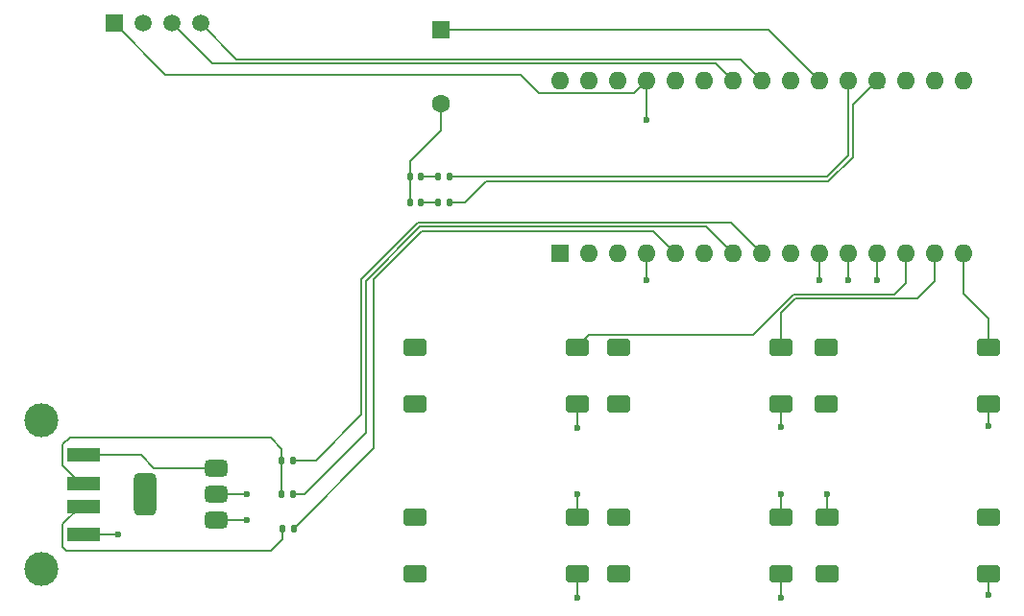
<source format=gbr>
%TF.GenerationSoftware,KiCad,Pcbnew,9.0.3*%
%TF.CreationDate,2025-11-18T14:15:17+09:00*%
%TF.ProjectId,SpeedJeck,53706565-644a-4656-936b-2e6b69636164,1*%
%TF.SameCoordinates,Original*%
%TF.FileFunction,Copper,L1,Top*%
%TF.FilePolarity,Positive*%
%FSLAX46Y46*%
G04 Gerber Fmt 4.6, Leading zero omitted, Abs format (unit mm)*
G04 Created by KiCad (PCBNEW 9.0.3) date 2025-11-18 14:15:17*
%MOMM*%
%LPD*%
G01*
G04 APERTURE LIST*
G04 Aperture macros list*
%AMRoundRect*
0 Rectangle with rounded corners*
0 $1 Rounding radius*
0 $2 $3 $4 $5 $6 $7 $8 $9 X,Y pos of 4 corners*
0 Add a 4 corners polygon primitive as box body*
4,1,4,$2,$3,$4,$5,$6,$7,$8,$9,$2,$3,0*
0 Add four circle primitives for the rounded corners*
1,1,$1+$1,$2,$3*
1,1,$1+$1,$4,$5*
1,1,$1+$1,$6,$7*
1,1,$1+$1,$8,$9*
0 Add four rect primitives between the rounded corners*
20,1,$1+$1,$2,$3,$4,$5,0*
20,1,$1+$1,$4,$5,$6,$7,0*
20,1,$1+$1,$6,$7,$8,$9,0*
20,1,$1+$1,$8,$9,$2,$3,0*%
G04 Aperture macros list end*
%TA.AperFunction,SMDPad,CuDef*%
%ADD10RoundRect,0.147500X-0.147500X-0.172500X0.147500X-0.172500X0.147500X0.172500X-0.147500X0.172500X0*%
%TD*%
%TA.AperFunction,SMDPad,CuDef*%
%ADD11RoundRect,0.135000X-0.135000X-0.185000X0.135000X-0.185000X0.135000X0.185000X-0.135000X0.185000X0*%
%TD*%
%TA.AperFunction,ComponentPad*%
%ADD12R,1.508000X1.508000*%
%TD*%
%TA.AperFunction,ComponentPad*%
%ADD13C,1.508000*%
%TD*%
%TA.AperFunction,SMDPad,CuDef*%
%ADD14RoundRect,0.250000X-0.750000X-0.500000X0.750000X-0.500000X0.750000X0.500000X-0.750000X0.500000X0*%
%TD*%
%TA.AperFunction,ComponentPad*%
%ADD15R,1.600000X1.600000*%
%TD*%
%TA.AperFunction,ComponentPad*%
%ADD16O,1.600000X1.600000*%
%TD*%
%TA.AperFunction,SMDPad,CuDef*%
%ADD17RoundRect,0.135000X0.135000X0.185000X-0.135000X0.185000X-0.135000X-0.185000X0.135000X-0.185000X0*%
%TD*%
%TA.AperFunction,SMDPad,CuDef*%
%ADD18R,3.000000X1.250000*%
%TD*%
%TA.AperFunction,HeatsinkPad*%
%ADD19C,3.000000*%
%TD*%
%TA.AperFunction,ComponentPad*%
%ADD20C,1.600000*%
%TD*%
%TA.AperFunction,SMDPad,CuDef*%
%ADD21RoundRect,0.375000X0.625000X0.375000X-0.625000X0.375000X-0.625000X-0.375000X0.625000X-0.375000X0*%
%TD*%
%TA.AperFunction,SMDPad,CuDef*%
%ADD22RoundRect,0.500000X0.500000X1.400000X-0.500000X1.400000X-0.500000X-1.400000X0.500000X-1.400000X0*%
%TD*%
%TA.AperFunction,ViaPad*%
%ADD23C,0.600000*%
%TD*%
%TA.AperFunction,Conductor*%
%ADD24C,0.200000*%
%TD*%
G04 APERTURE END LIST*
D10*
%TO.P,D1,1,K*%
%TO.N,GND*%
X146295000Y-59250000D03*
%TO.P,D1,2,A*%
%TO.N,Net-(D1-A)*%
X147265000Y-59250000D03*
%TD*%
D11*
%TO.P,R1,1*%
%TO.N,/Data-*%
X134980000Y-82000000D03*
%TO.P,R1,2*%
%TO.N,D5*%
X136000000Y-82000000D03*
%TD*%
D12*
%TO.P,U1,1,Vcc*%
%TO.N,+3.3V*%
X120190000Y-43450000D03*
D13*
%TO.P,U1,2,GND*%
%TO.N,GND*%
X122730000Y-43450000D03*
%TO.P,U1,3,SCK*%
%TO.N,A5*%
X125270000Y-43450000D03*
%TO.P,U1,4,SDA*%
%TO.N,A4*%
X127810000Y-43450000D03*
%TD*%
D11*
%TO.P,R3,1*%
%TO.N,Net-(D1-A)*%
X148760000Y-59250000D03*
%TO.P,R3,2*%
%TO.N,A0*%
X149780000Y-59250000D03*
%TD*%
D14*
%TO.P,UP,1,1*%
%TO.N,N/C*%
X164700000Y-72000000D03*
%TO.N,D11*%
X179000000Y-72000000D03*
%TO.P,UP,2,2*%
%TO.N,N/C*%
X164700000Y-77000000D03*
%TO.N,GND*%
X179000000Y-77000000D03*
%TD*%
D15*
%TO.P,A1,1,D1/TX*%
%TO.N,unconnected-(A1-D1{slash}TX-Pad1)*%
X159512000Y-63754000D03*
D16*
%TO.P,A1,2,D0/RX*%
%TO.N,unconnected-(A1-D0{slash}RX-Pad2)*%
X162052000Y-63754000D03*
%TO.P,A1,3,~{RESET}*%
%TO.N,unconnected-(A1-~{RESET}-Pad3)*%
X164592000Y-63754000D03*
%TO.P,A1,4,GND*%
%TO.N,GND*%
X167132000Y-63754000D03*
%TO.P,A1,5,D2*%
%TO.N,D2*%
X169672000Y-63754000D03*
%TO.P,A1,6,D3*%
%TO.N,unconnected-(A1-D3-Pad6)*%
X172212000Y-63754000D03*
%TO.P,A1,7,D4*%
%TO.N,D4*%
X174752000Y-63754000D03*
%TO.P,A1,8,D5*%
%TO.N,D5*%
X177292000Y-63754000D03*
%TO.P,A1,9,D6*%
%TO.N,unconnected-(A1-D6-Pad9)*%
X179832000Y-63754000D03*
%TO.P,A1,10,D7*%
%TO.N,D7*%
X182372000Y-63754000D03*
%TO.P,A1,11,D8*%
%TO.N,D8*%
X184912000Y-63754000D03*
%TO.P,A1,12,D9*%
%TO.N,D9*%
X187452000Y-63754000D03*
%TO.P,A1,13,D10*%
%TO.N,D10*%
X189992000Y-63754000D03*
%TO.P,A1,14,D11*%
%TO.N,D11*%
X192532000Y-63754000D03*
%TO.P,A1,15,D12*%
%TO.N,D12*%
X195072000Y-63754000D03*
%TO.P,A1,16,D13*%
%TO.N,unconnected-(A1-D13-Pad16)*%
X195072000Y-48514000D03*
%TO.P,A1,17,3V3*%
%TO.N,unconnected-(A1-3V3-Pad17)*%
X192532000Y-48514000D03*
%TO.P,A1,18,AREF*%
%TO.N,unconnected-(A1-AREF-Pad18)*%
X189992000Y-48514000D03*
%TO.P,A1,19,A0*%
%TO.N,A0*%
X187452000Y-48514000D03*
%TO.P,A1,20,A1*%
%TO.N,A1*%
X184912000Y-48514000D03*
%TO.P,A1,21,A2*%
%TO.N,A2*%
X182372000Y-48514000D03*
%TO.P,A1,22,A3*%
%TO.N,unconnected-(A1-A3-Pad22)*%
X179832000Y-48514000D03*
%TO.P,A1,23,A4*%
%TO.N,A4*%
X177292000Y-48514000D03*
%TO.P,A1,24,A5*%
%TO.N,A5*%
X174752000Y-48514000D03*
%TO.P,A1,25,A6*%
%TO.N,unconnected-(A1-A6-Pad25)*%
X172212000Y-48514000D03*
%TO.P,A1,26,A7*%
%TO.N,unconnected-(A1-A7-Pad26)*%
X169672000Y-48514000D03*
%TO.P,A1,27,+5V*%
%TO.N,+3.3V*%
X167132000Y-48514000D03*
%TO.P,A1,28,~{RESET}*%
%TO.N,unconnected-(A1-~{RESET}-Pad28)*%
X164592000Y-48514000D03*
%TO.P,A1,29,GND*%
%TO.N,unconnected-(A1-GND-Pad29)*%
X162052000Y-48514000D03*
%TO.P,A1,30,VIN*%
%TO.N,unconnected-(A1-VIN-Pad30)*%
X159512000Y-48514000D03*
%TD*%
D17*
%TO.P,R8,1*%
%TO.N,D2*%
X136020000Y-88000000D03*
%TO.P,R8,2*%
%TO.N,/Data+*%
X135000000Y-88000000D03*
%TD*%
D18*
%TO.P,J1,1,VBUS*%
%TO.N,Net-(J1-VBUS)*%
X117472000Y-81556000D03*
%TO.P,J1,2,D-*%
%TO.N,/Data-*%
X117472000Y-84056000D03*
%TO.P,J1,3,D+*%
%TO.N,/Data+*%
X117472000Y-86056000D03*
%TO.P,J1,4,GND*%
%TO.N,GND*%
X117472000Y-88556000D03*
D19*
%TO.P,J1,5,Shield*%
%TO.N,unconnected-(J1-Shield-Pad5)*%
X113792000Y-78486000D03*
%TO.N,unconnected-(J1-Shield-Pad5)_1*%
X113792000Y-91626000D03*
%TD*%
D11*
%TO.P,R7,1*%
%TO.N,/Data-*%
X134980000Y-85000000D03*
%TO.P,R7,2*%
%TO.N,D4*%
X136000000Y-85000000D03*
%TD*%
%TO.P,R2,1*%
%TO.N,Net-(D2-A)*%
X148750000Y-57000000D03*
%TO.P,R2,2*%
%TO.N,A1*%
X149770000Y-57000000D03*
%TD*%
D14*
%TO.P,BACK,1,1*%
%TO.N,N/C*%
X146700000Y-87000000D03*
%TO.N,D9*%
X161000000Y-87000000D03*
%TO.P,BACK,2,2*%
%TO.N,N/C*%
X146700000Y-92000000D03*
%TO.N,GND*%
X161000000Y-92000000D03*
%TD*%
D15*
%TO.P,BZ1,1,+*%
%TO.N,A2*%
X149000000Y-44000000D03*
D20*
%TO.P,BZ1,2,-*%
%TO.N,GND*%
X149000000Y-50500000D03*
%TD*%
D14*
%TO.P,NEXT,1,1*%
%TO.N,D7*%
X183000000Y-87000000D03*
%TO.N,N/C*%
X197300000Y-87000000D03*
%TO.P,NEXT,2,2*%
X183000000Y-92000000D03*
%TO.N,GND*%
X197300000Y-92000000D03*
%TD*%
%TO.P,MENU,1,1*%
%TO.N,N/C*%
X146700000Y-72000000D03*
%TO.N,D10*%
X161000000Y-72000000D03*
%TO.P,MENU,2,2*%
%TO.N,N/C*%
X146700000Y-77000000D03*
%TO.N,GND*%
X161000000Y-77000000D03*
%TD*%
%TO.P,DOWN,1,1*%
%TO.N,N/C*%
X164700000Y-87000000D03*
%TO.N,D8*%
X179000000Y-87000000D03*
%TO.P,DOWN,2,2*%
%TO.N,N/C*%
X164700000Y-92000000D03*
%TO.N,GND*%
X179000000Y-92000000D03*
%TD*%
D10*
%TO.P,D2,1,K*%
%TO.N,GND*%
X146285000Y-57000000D03*
%TO.P,D2,2,A*%
%TO.N,Net-(D2-A)*%
X147255000Y-57000000D03*
%TD*%
D14*
%TO.P,OK,1,1*%
%TO.N,N/C*%
X182950000Y-72000000D03*
%TO.N,D12*%
X197250000Y-72000000D03*
%TO.P,OK,2,2*%
%TO.N,N/C*%
X182950000Y-77000000D03*
%TO.N,GND*%
X197250000Y-77000000D03*
%TD*%
D21*
%TO.P,U2,1,GND*%
%TO.N,GND*%
X129210000Y-87300000D03*
%TO.P,U2,2,VO*%
%TO.N,+3.3V*%
X129210000Y-85000000D03*
D22*
X122910000Y-85000000D03*
D21*
%TO.P,U2,3,VI*%
%TO.N,Net-(J1-VBUS)*%
X129210000Y-82700000D03*
%TD*%
D23*
%TO.N,GND*%
X197250000Y-78950000D03*
X179000000Y-79100000D03*
X161000000Y-79150000D03*
X167132000Y-66150000D03*
X120550000Y-88550000D03*
X131900000Y-87300000D03*
X197300000Y-93900000D03*
X161000000Y-94150000D03*
X179000000Y-94150000D03*
%TO.N,D8*%
X179000000Y-85000000D03*
X184900000Y-66100000D03*
%TO.N,D9*%
X161000000Y-84950000D03*
X187450000Y-66100000D03*
%TO.N,+3.3V*%
X167132000Y-52000000D03*
X131900000Y-85000000D03*
%TO.N,D7*%
X183000000Y-85000000D03*
X182350000Y-66100000D03*
%TD*%
D24*
%TO.N,GND*%
X129150000Y-87300000D02*
X131900000Y-87300000D01*
X146285000Y-55615000D02*
X149000000Y-52900000D01*
X146295000Y-59250000D02*
X146295000Y-57010000D01*
X146295000Y-57010000D02*
X146285000Y-57000000D01*
X179000000Y-94150000D02*
X179000000Y-92000000D01*
X149000000Y-52900000D02*
X149000000Y-50500000D01*
X167132000Y-66150000D02*
X167132000Y-63754000D01*
X161000000Y-92000000D02*
X161000000Y-94150000D01*
X146285000Y-57000000D02*
X146285000Y-55615000D01*
X179000000Y-77000000D02*
X179000000Y-79100000D01*
X197250000Y-77000000D02*
X197250000Y-78950000D01*
X197300000Y-92000000D02*
X197300000Y-93900000D01*
X161000000Y-77000000D02*
X161000000Y-79150000D01*
X120544000Y-88556000D02*
X117472000Y-88556000D01*
X120550000Y-88550000D02*
X120544000Y-88556000D01*
%TO.N,Net-(D1-A)*%
X148760000Y-59250000D02*
X147265000Y-59250000D01*
%TO.N,Net-(D2-A)*%
X148750000Y-57000000D02*
X147255000Y-57000000D01*
%TO.N,D2*%
X143067100Y-66067100D02*
X147332200Y-61802000D01*
X143067100Y-80952900D02*
X143067100Y-66067100D01*
X167720000Y-61802000D02*
X169672000Y-63754000D01*
X136020000Y-88000000D02*
X143067100Y-80952900D01*
X147332200Y-61802000D02*
X167720000Y-61802000D01*
%TO.N,D10*%
X189992000Y-66357000D02*
X189000000Y-67349000D01*
X189000000Y-67349000D02*
X180083900Y-67349000D01*
X189992000Y-63754000D02*
X189992000Y-66357000D01*
X176483900Y-70949000D02*
X162051000Y-70949000D01*
X162051000Y-70949000D02*
X161000000Y-72000000D01*
X180083900Y-67349000D02*
X176483900Y-70949000D01*
%TO.N,A1*%
X184912000Y-55088000D02*
X183000000Y-57000000D01*
X183000000Y-57000000D02*
X149770000Y-57000000D01*
X184912000Y-48514000D02*
X184912000Y-55088000D01*
%TO.N,A5*%
X174752000Y-48514000D02*
X173238000Y-47000000D01*
X173238000Y-47000000D02*
X128820000Y-47000000D01*
X128820000Y-47000000D02*
X125270000Y-43450000D01*
%TO.N,D8*%
X184912000Y-66088000D02*
X184900000Y-66100000D01*
X184912000Y-63754000D02*
X184912000Y-66088000D01*
X179000000Y-87000000D02*
X179000000Y-85000000D01*
%TO.N,A2*%
X177858000Y-44000000D02*
X149000000Y-44000000D01*
X182372000Y-48514000D02*
X177858000Y-44000000D01*
%TO.N,D9*%
X187450000Y-66100000D02*
X187452000Y-66098000D01*
X187452000Y-66098000D02*
X187452000Y-63754000D01*
X161000000Y-87000000D02*
X161000000Y-84950000D01*
%TO.N,+3.3V*%
X129150000Y-85000000D02*
X131900000Y-85000000D01*
X124740000Y-48000000D02*
X120190000Y-43450000D01*
X167132000Y-52000000D02*
X167132000Y-48514000D01*
X166031000Y-49615000D02*
X157615000Y-49615000D01*
X157615000Y-49615000D02*
X156000000Y-48000000D01*
X156000000Y-48000000D02*
X124740000Y-48000000D01*
X167132000Y-48514000D02*
X166031000Y-49615000D01*
%TO.N,D11*%
X179000000Y-72000000D02*
X179000000Y-69000000D01*
X192532000Y-66218000D02*
X192532000Y-63754000D01*
X180250000Y-67750000D02*
X191000000Y-67750000D01*
X191000000Y-67750000D02*
X192532000Y-66218000D01*
X179000000Y-69000000D02*
X180250000Y-67750000D01*
%TO.N,D12*%
X197250000Y-69500000D02*
X195072000Y-67322000D01*
X195072000Y-67322000D02*
X195072000Y-63754000D01*
X197250000Y-72000000D02*
X197250000Y-69500000D01*
%TO.N,D7*%
X182372000Y-63754000D02*
X182372000Y-66078000D01*
X182372000Y-66078000D02*
X182350000Y-66100000D01*
X183000000Y-87000000D02*
X183000000Y-85000000D01*
%TO.N,A0*%
X183166100Y-57401000D02*
X185313000Y-55254100D01*
X151151000Y-59250000D02*
X153000000Y-57401000D01*
X153000000Y-57401000D02*
X183166100Y-57401000D01*
X185313000Y-50653000D02*
X187452000Y-48514000D01*
X149780000Y-59250000D02*
X151151000Y-59250000D01*
X185313000Y-55254100D02*
X185313000Y-50653000D01*
X188000000Y-49062000D02*
X187452000Y-48514000D01*
%TO.N,D4*%
X142401000Y-79599000D02*
X142401000Y-66166100D01*
X137000000Y-85000000D02*
X142401000Y-79599000D01*
X147166100Y-61401000D02*
X172399000Y-61401000D01*
X136000000Y-85000000D02*
X137000000Y-85000000D01*
X172399000Y-61401000D02*
X174752000Y-63754000D01*
X142401000Y-66166100D02*
X147166100Y-61401000D01*
%TO.N,D5*%
X142000000Y-66000000D02*
X147000000Y-61000000D01*
X138000000Y-82000000D02*
X142000000Y-78000000D01*
X136000000Y-82000000D02*
X138000000Y-82000000D01*
X147000000Y-61000000D02*
X174538000Y-61000000D01*
X174538000Y-61000000D02*
X177292000Y-63754000D01*
X142000000Y-78000000D02*
X142000000Y-66000000D01*
%TO.N,A4*%
X127810000Y-43450000D02*
X130959000Y-46599000D01*
X175377000Y-46599000D02*
X177292000Y-48514000D01*
X130959000Y-46599000D02*
X175377000Y-46599000D01*
%TO.N,/Data-*%
X115671000Y-82482000D02*
X115671000Y-80630000D01*
X134980000Y-80980000D02*
X134980000Y-82000000D01*
X134980000Y-85000000D02*
X134980000Y-82000000D01*
X134000000Y-80000000D02*
X134980000Y-80980000D01*
X115671000Y-80630000D02*
X116301000Y-80000000D01*
X117245000Y-84056000D02*
X115671000Y-82482000D01*
X117472000Y-84056000D02*
X117245000Y-84056000D01*
X116301000Y-80000000D02*
X134000000Y-80000000D01*
%TO.N,/Data+*%
X115671000Y-87630000D02*
X115671000Y-89671000D01*
X117472000Y-86056000D02*
X117245000Y-86056000D01*
X135000000Y-89000000D02*
X135000000Y-88000000D01*
X116000000Y-90000000D02*
X134000000Y-90000000D01*
X117245000Y-86056000D02*
X115671000Y-87630000D01*
X134000000Y-90000000D02*
X135000000Y-89000000D01*
X115671000Y-89671000D02*
X116000000Y-90000000D01*
%TO.N,Net-(J1-VBUS)*%
X122556000Y-81556000D02*
X123700000Y-82700000D01*
X117472000Y-81556000D02*
X122556000Y-81556000D01*
X123700000Y-82700000D02*
X129150000Y-82700000D01*
%TD*%
M02*

</source>
